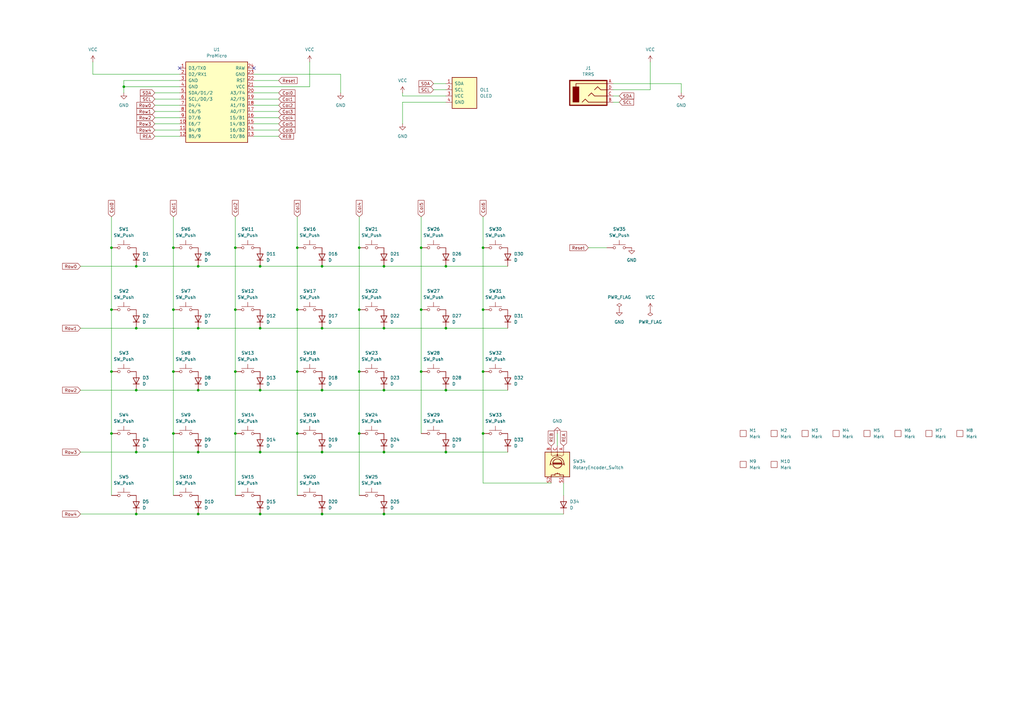
<source format=kicad_sch>
(kicad_sch (version 20231120) (generator "eeschema") (generator_version "8.0")
  (paper "A3")
  (lib_symbols
    (symbol "BrownSugar_KBD:Mark" (pin_numbers hide) (pin_names (offset 0) hide)
      (property "Reference" "M" (at 0 3.81 0))
      (property "Value" "Mark" (at 0 2.54 0))
      (symbol "Mark_0_1"
        (rectangle (start -1.27 1.27) (end 1.27 -1.27))
      )
    )
    (symbol "BrownSugar_KBD:OLED" (pin_names (offset 1.016))
      (property "Reference" "OL" (at 0 7.62 0))
      (property "Value" "OLED" (at 0 -7.62 0))
      (symbol "OLED_0_1"
        (rectangle (start -5.08 6.35) (end 5.08 -6.35) (stroke (width 0.254)) (fill (type background)))
      )
      (symbol "OLED_1_1"
        (pin bidirectional line (at -7.62 3.81 0) (length 2.54) (name "SDA") (number "1"))
        (pin bidirectional line (at -7.62 1.27 0) (length 2.54) (name "SCL") (number "2"))
        (pin power_in line (at -7.62 -1.27 0) (length 2.54) (name "VCC") (number "3"))
        (pin power_in line (at -7.62 -3.81 0) (length 2.54) (name "GND") (number "4"))
      )
    )
    (symbol "BrownSugar_KBD:ProMicro" (pin_names (offset 1.016))
      (property "Reference" "U" (at 0 17.78 0))
      (property "Value" "ProMicro" (at 0 -17.78 0))
      (symbol "ProMicro_0_1"
        (rectangle (start -12.7 16.51) (end 12.7 -16.51) (stroke (width 0.254)) (fill (type background)))
      )
      (symbol "ProMicro_1_1"
        (pin bidirectional line (at -15.24 13.97 0) (length 2.54) (name "D3/TX0") (number "1"))
        (pin bidirectional line (at -15.24 -8.89 0) (length 2.54) (name "E6/7") (number "10"))
        (pin bidirectional line (at -15.24 -11.43 0) (length 2.54) (name "B4/8") (number "11"))
        (pin bidirectional line (at -15.24 -13.97 0) (length 2.54) (name "B5/9") (number "12"))
        (pin bidirectional line (at 15.24 -13.97 180) (length 2.54) (name "10/B6") (number "13"))
        (pin bidirectional line (at 15.24 -11.43 180) (length 2.54) (name "16/B2") (number "14"))
        (pin bidirectional line (at 15.24 -8.89 180) (length 2.54) (name "14/B3") (number "15"))
        (pin bidirectional line (at 15.24 -6.35 180) (length 2.54) (name "15/B1") (number "16"))
        (pin bidirectional line (at 15.24 -3.81 180) (length 2.54) (name "A0/F7") (number "17"))
        (pin bidirectional line (at 15.24 -1.27 180) (length 2.54) (name "A1/F6") (number "18"))
        (pin bidirectional line (at 15.24 1.27 180) (length 2.54) (name "A2/F5") (number "19"))
        (pin bidirectional line (at -15.24 11.43 0) (length 2.54) (name "D2/RX1") (number "2"))
        (pin bidirectional line (at 15.24 3.81 180) (length 2.54) (name "A3/F4") (number "20"))
        (pin power_in line (at 15.24 6.35 180) (length 2.54) (name "VCC") (number "21"))
        (pin input line (at 15.24 8.89 180) (length 2.54) (name "RST") (number "22"))
        (pin power_in line (at 15.24 11.43 180) (length 2.54) (name "GND") (number "23"))
        (pin power_in line (at 15.24 13.97 180) (length 2.54) (name "RAW") (number "24"))
        (pin power_in line (at -15.24 8.89 0) (length 2.54) (name "GND") (number "3"))
        (pin power_in line (at -15.24 6.35 0) (length 2.54) (name "GND") (number "4"))
        (pin bidirectional line (at -15.24 3.81 0) (length 2.54) (name "SDA/D1/2") (number "5"))
        (pin bidirectional line (at -15.24 1.27 0) (length 2.54) (name "SCL/D0/3") (number "6"))
        (pin bidirectional line (at -15.24 -1.27 0) (length 2.54) (name "D4/4") (number "7"))
        (pin bidirectional line (at -15.24 -3.81 0) (length 2.54) (name "C6/5") (number "8"))
        (pin bidirectional line (at -15.24 -6.35 0) (length 2.54) (name "D7/6") (number "9"))
      )
    )
    (symbol "BrownSugar_KBD:TRRS" (pin_names (offset 1.016))
      (property "Reference" "J" (at 0 8.89 0))
      (property "Value" "TRRS" (at 0 6.35 0))
      (symbol "TRRS_0_1"
        (rectangle (start -7.62 5.08) (end 7.62 -5.08) (stroke (width 0.508)) (fill (type background)))
        (rectangle (start -6.35 2.54) (end -3.81 -3.81) (stroke (width 0.127)) (fill (type outline)))
        (polyline (pts (xy 7.62 3.81) (xy -5.08 3.81) (xy -5.08 2.54)) (stroke (width 0.254)))
        (polyline (pts (xy 7.62 -3.81) (xy 0 -3.81) (xy -1.27 -2.54) (xy -2.54 -3.81)) (stroke (width 0.254)))
        (polyline (pts (xy 7.62 -1.27) (xy 2.54 -1.27) (xy 1.27 0) (xy 0 -1.27)) (stroke (width 0.254)))
        (polyline (pts (xy 7.62 1.27) (xy 5.08 1.27) (xy 3.81 2.54) (xy 2.54 1.27)) (stroke (width 0.254)))
      )
      (symbol "TRRS_1_1"
        (pin bidirectional line (at 10.16 3.81 180) (length 2.54) (name "~") (number "A"))
        (pin bidirectional line (at 10.16 -3.81 180) (length 2.54) (name "~") (number "B"))
        (pin bidirectional line (at 10.16 -1.27 180) (length 2.54) (name "~") (number "C"))
        (pin bidirectional line (at 10.16 1.27 180) (length 2.54) (name "~") (number "D"))
      )
    )
    (symbol "Device:D" (pin_numbers hide) (pin_names (offset 1.016) hide)
      (property "Reference" "D" (at 0 2.54 0))
      (property "Value" "D" (at 0 -2.54 0))
      (symbol "D_0_1"
        (polyline (pts (xy -1.27 1.27) (xy -1.27 -1.27)) (stroke (width 0.254)))
        (polyline (pts (xy 1.27 0) (xy -1.27 0)))
        (polyline (pts (xy 1.27 1.27) (xy 1.27 -1.27) (xy -1.27 0) (xy 1.27 1.27)) (stroke (width 0.254)))
      )
      (symbol "D_1_1"
        (pin passive line (at -3.81 0 0) (length 2.54) (name "K") (number "1"))
        (pin passive line (at 3.81 0 180) (length 2.54) (name "A") (number "2"))
      )
    )
    (symbol "Device:RotaryEncoder_Switch" (pin_names (offset 0.254) hide)
      (property "Reference" "SW" (at 0 6.604 0))
      (property "Value" "RotaryEncoder_Switch" (at 0 -6.604 0))
      (symbol "RotaryEncoder_Switch_0_1"
        (rectangle (start -5.08 5.08) (end 5.08 -5.08) (stroke (width 0.254)) (fill (type background)))
        (circle (center -3.81 0) (radius 0.254) (fill (type outline)))
        (circle (center -0.381 0) (radius 1.905) (stroke (width 0.254)))
        (arc (start -0.381 2.667) (mid -3.0988 -0.0635) (end -0.381 -2.794) (stroke (width 0.254)))
        (polyline (pts (xy -0.635 -1.778) (xy -0.635 1.778)) (stroke (width 0.254)))
        (polyline (pts (xy -0.381 -1.778) (xy -0.381 1.778)) (stroke (width 0.254)))
        (polyline (pts (xy -0.127 1.778) (xy -0.127 -1.778)) (stroke (width 0.254)))
        (polyline (pts (xy 3.81 0) (xy 3.429 0)) (stroke (width 0.254)))
        (polyline (pts (xy 3.81 1.016) (xy 3.81 -1.016)) (stroke (width 0.254)))
        (polyline (pts (xy -5.08 -2.54) (xy -3.81 -2.54) (xy -3.81 -2.032)))
        (polyline (pts (xy -5.08 2.54) (xy -3.81 2.54) (xy -3.81 2.032)))
        (polyline (pts (xy 0.254 -3.048) (xy -0.508 -2.794) (xy 0.127 -2.413)) (stroke (width 0.254)))
        (polyline (pts (xy 0.254 2.921) (xy -0.508 2.667) (xy 0.127 2.286)) (stroke (width 0.254)))
        (polyline (pts (xy 5.08 -2.54) (xy 4.318 -2.54) (xy 4.318 -1.016)) (stroke (width 0.254)))
        (polyline (pts (xy 5.08 2.54) (xy 4.318 2.54) (xy 4.318 1.016)) (stroke (width 0.254)))
        (polyline (pts (xy -5.08 0) (xy -3.81 0) (xy -3.81 -1.016) (xy -3.302 -2.032)))
        (polyline (pts (xy -4.318 0) (xy -3.81 0) (xy -3.81 1.016) (xy -3.302 2.032)))
        (circle (center 4.318 -1.016) (radius 0.127) (stroke (width 0.254)))
        (circle (center 4.318 1.016) (radius 0.127) (stroke (width 0.254)))
      )
      (symbol "RotaryEncoder_Switch_1_1"
        (pin passive line (at -7.62 2.54 0) (length 2.54) (name "A") (number "A"))
        (pin passive line (at -7.62 -2.54 0) (length 2.54) (name "B") (number "B"))
        (pin passive line (at -7.62 0 0) (length 2.54) (name "C") (number "C"))
        (pin passive line (at 7.62 2.54 180) (length 2.54) (name "S1") (number "S1"))
        (pin passive line (at 7.62 -2.54 180) (length 2.54) (name "S2") (number "S2"))
      )
    )
    (symbol "Switch:SW_Push" (pin_numbers hide) (pin_names (offset 1.016) hide)
      (property "Reference" "SW" (at 1.27 2.54 0))
      (property "Value" "SW_Push" (at 0 -1.524 0))
      (symbol "SW_Push_0_1"
        (circle (center -2.032 0) (radius 0.508))
        (polyline (pts (xy 0 1.27) (xy 0 3.048)))
        (polyline (pts (xy 2.54 1.27) (xy -2.54 1.27)))
        (circle (center 2.032 0) (radius 0.508))
        (pin passive line (at -5.08 0 0) (length 2.54) (name "1") (number "1"))
        (pin passive line (at 5.08 0 180) (length 2.54) (name "2") (number "2"))
      )
    )
    (symbol "power:GND" (power) (pin_numbers hide) (pin_names (offset 0) hide)
      (property "Value" "GND" (at 0 -3.81 0))
      (symbol "GND_0_1"
        (polyline (pts (xy 0 0) (xy 0 -1.27) (xy 1.27 -1.27) (xy 0 -2.54) (xy -1.27 -1.27) (xy 0 -1.27)))
      )
      (symbol "GND_1_1"
        (pin power_in line (at 0 0 270) (length 0) (name "~") (number "1"))
      )
    )
    (symbol "power:PWR_FLAG" (power) (pin_numbers hide) (pin_names (offset 0) hide)
      (property "Value" "PWR_FLAG" (at 0 3.81 0))
      (symbol "PWR_FLAG_0_0"
        (pin power_out line (at 0 0 90) (length 0) (name "~") (number "1"))
      )
      (symbol "PWR_FLAG_0_1"
        (polyline (pts (xy 0 0) (xy 0 1.27) (xy -1.016 1.905) (xy 0 2.54) (xy 1.016 1.905) (xy 0 1.27)))
      )
    )
    (symbol "power:VCC" (power) (pin_numbers hide) (pin_names (offset 0) hide)
      (property "Value" "VCC" (at 0 3.556 0))
      (symbol "VCC_0_1"
        (polyline (pts (xy -0.762 1.27) (xy 0 2.54)))
        (polyline (pts (xy 0 0) (xy 0 2.54)))
        (polyline (pts (xy 0 2.54) (xy 0.762 1.27)))
      )
      (symbol "VCC_1_1"
        (pin power_in line (at 0 0 90) (length 0) (name "~") (number "1"))
      )
    )
  )
  (junction (at 198.12 177.8))
  (junction (at 147.32 152.4))
  (junction (at 71.12 127))
  (junction (at 132.08 134.62))
  (junction (at 147.32 127))
  (junction (at 157.48 109.22))
  (junction (at 132.08 185.42))
  (junction (at 55.88 160.02))
  (junction (at 182.88 134.62))
  (junction (at 132.08 160.02))
  (junction (at 106.68 160.02))
  (junction (at 81.28 109.22))
  (junction (at 147.32 177.8))
  (junction (at 182.88 160.02))
  (junction (at 157.48 160.02))
  (junction (at 172.72 127))
  (junction (at 81.28 134.62))
  (junction (at 106.68 109.22))
  (junction (at 132.08 109.22))
  (junction (at 172.72 152.4))
  (junction (at 50.8 35.56))
  (junction (at 198.12 101.6))
  (junction (at 198.12 152.4))
  (junction (at 121.92 101.6))
  (junction (at 96.52 127))
  (junction (at 121.92 152.4))
  (junction (at 45.72 152.4))
  (junction (at 96.52 177.8))
  (junction (at 81.28 160.02))
  (junction (at 96.52 101.6))
  (junction (at 96.52 152.4))
  (junction (at 45.72 177.8))
  (junction (at 45.72 127))
  (junction (at 157.48 185.42))
  (junction (at 121.92 127))
  (junction (at 81.28 210.82))
  (junction (at 172.72 101.6))
  (junction (at 55.88 210.82))
  (junction (at 71.12 177.8))
  (junction (at 55.88 134.62))
  (junction (at 157.48 134.62))
  (junction (at 132.08 210.82))
  (junction (at 55.88 109.22))
  (junction (at 71.12 101.6))
  (junction (at 182.88 185.42))
  (junction (at 106.68 185.42))
  (junction (at 147.32 101.6))
  (junction (at 121.92 177.8))
  (junction (at 198.12 127))
  (junction (at 81.28 185.42))
  (junction (at 106.68 134.62))
  (junction (at 55.88 185.42))
  (junction (at 71.12 152.4))
  (junction (at 106.68 210.82))
  (junction (at 182.88 109.22))
  (junction (at 45.72 101.6))
  (junction (at 157.48 210.82))
  (no_connect (at 73.66 27.94))
  (no_connect (at 104.14 27.94))
  (wire (pts (xy 172.72 152.4) (xy 172.72 177.8)))
  (wire (pts (xy 104.14 35.56) (xy 127 35.56)))
  (wire (pts (xy 106.68 109.22) (xy 132.08 109.22)))
  (wire (pts (xy 63.5 45.72) (xy 73.66 45.72)))
  (wire (pts (xy 104.14 43.18) (xy 114.3 43.18)))
  (wire (pts (xy 139.7 30.48) (xy 139.7 38.1)))
  (wire (pts (xy 96.52 177.8) (xy 96.52 203.2)))
  (wire (pts (xy 147.32 88.9) (xy 147.32 101.6)))
  (wire (pts (xy 228.6 177.8) (xy 228.6 182.88)))
  (wire (pts (xy 104.14 55.88) (xy 114.3 55.88)))
  (wire (pts (xy 266.7 36.83) (xy 266.7 25.4)))
  (wire (pts (xy 132.08 185.42) (xy 157.48 185.42)))
  (wire (pts (xy 165.1 50.8) (xy 165.1 41.91)))
  (wire (pts (xy 96.52 127) (xy 96.52 152.4)))
  (wire (pts (xy 121.92 152.4) (xy 121.92 177.8)))
  (wire (pts (xy 182.88 39.37) (xy 165.1 39.37)))
  (wire (pts (xy 104.14 53.34) (xy 114.3 53.34)))
  (wire (pts (xy 104.14 45.72) (xy 114.3 45.72)))
  (wire (pts (xy 132.08 109.22) (xy 157.48 109.22)))
  (wire (pts (xy 147.32 177.8) (xy 147.32 203.2)))
  (wire (pts (xy 182.88 134.62) (xy 208.28 134.62)))
  (wire (pts (xy 132.08 134.62) (xy 157.48 134.62)))
  (wire (pts (xy 96.52 152.4) (xy 96.52 177.8)))
  (wire (pts (xy 81.28 210.82) (xy 106.68 210.82)))
  (wire (pts (xy 45.72 177.8) (xy 45.72 203.2)))
  (wire (pts (xy 251.46 41.91) (xy 254 41.91)))
  (wire (pts (xy 182.88 185.42) (xy 208.28 185.42)))
  (wire (pts (xy 198.12 101.6) (xy 198.12 127)))
  (wire (pts (xy 121.92 101.6) (xy 121.92 127)))
  (wire (pts (xy 157.48 210.82) (xy 231.14 210.82)))
  (wire (pts (xy 33.02 109.22) (xy 55.88 109.22)))
  (wire (pts (xy 182.88 160.02) (xy 208.28 160.02)))
  (wire (pts (xy 241.3 101.6) (xy 248.92 101.6)))
  (wire (pts (xy 157.48 185.42) (xy 182.88 185.42)))
  (wire (pts (xy 104.14 40.64) (xy 114.3 40.64)))
  (wire (pts (xy 147.32 152.4) (xy 147.32 177.8)))
  (wire (pts (xy 45.72 127) (xy 45.72 152.4)))
  (wire (pts (xy 63.5 43.18) (xy 73.66 43.18)))
  (wire (pts (xy 226.06 198.12) (xy 198.12 198.12)))
  (wire (pts (xy 96.52 101.6) (xy 96.52 127)))
  (wire (pts (xy 96.52 88.9) (xy 96.52 101.6)))
  (wire (pts (xy 71.12 152.4) (xy 71.12 177.8)))
  (wire (pts (xy 182.88 109.22) (xy 208.28 109.22)))
  (wire (pts (xy 33.02 185.42) (xy 55.88 185.42)))
  (wire (pts (xy 104.14 38.1) (xy 114.3 38.1)))
  (wire (pts (xy 198.12 198.12) (xy 198.12 177.8)))
  (wire (pts (xy 104.14 30.48) (xy 139.7 30.48)))
  (wire (pts (xy 33.02 134.62) (xy 55.88 134.62)))
  (wire (pts (xy 33.02 210.82) (xy 55.88 210.82)))
  (wire (pts (xy 132.08 210.82) (xy 157.48 210.82)))
  (wire (pts (xy 73.66 33.02) (xy 50.8 33.02)))
  (wire (pts (xy 81.28 109.22) (xy 106.68 109.22)))
  (wire (pts (xy 121.92 88.9) (xy 121.92 101.6)))
  (wire (pts (xy 38.1 30.48) (xy 38.1 25.4)))
  (wire (pts (xy 106.68 160.02) (xy 132.08 160.02)))
  (wire (pts (xy 55.88 160.02) (xy 81.28 160.02)))
  (wire (pts (xy 63.5 40.64) (xy 73.66 40.64)))
  (wire (pts (xy 121.92 127) (xy 121.92 152.4)))
  (wire (pts (xy 63.5 50.8) (xy 73.66 50.8)))
  (wire (pts (xy 71.12 177.8) (xy 71.12 203.2)))
  (wire (pts (xy 279.4 34.29) (xy 279.4 38.1)))
  (wire (pts (xy 55.88 185.42) (xy 81.28 185.42)))
  (wire (pts (xy 172.72 88.9) (xy 172.72 101.6)))
  (wire (pts (xy 55.88 134.62) (xy 81.28 134.62)))
  (wire (pts (xy 106.68 210.82) (xy 132.08 210.82)))
  (wire (pts (xy 121.92 177.8) (xy 121.92 203.2)))
  (wire (pts (xy 55.88 210.82) (xy 81.28 210.82)))
  (wire (pts (xy 81.28 160.02) (xy 106.68 160.02)))
  (wire (pts (xy 63.5 38.1) (xy 73.66 38.1)))
  (wire (pts (xy 165.1 41.91) (xy 182.88 41.91)))
  (wire (pts (xy 55.88 109.22) (xy 81.28 109.22)))
  (wire (pts (xy 63.5 48.26) (xy 73.66 48.26)))
  (wire (pts (xy 198.12 152.4) (xy 198.12 177.8)))
  (wire (pts (xy 251.46 36.83) (xy 266.7 36.83)))
  (wire (pts (xy 106.68 185.42) (xy 132.08 185.42)))
  (wire (pts (xy 198.12 88.9) (xy 198.12 101.6)))
  (wire (pts (xy 177.8 34.29) (xy 182.88 34.29)))
  (wire (pts (xy 177.8 36.83) (xy 182.88 36.83)))
  (wire (pts (xy 147.32 127) (xy 147.32 152.4)))
  (wire (pts (xy 132.08 160.02) (xy 157.48 160.02)))
  (wire (pts (xy 251.46 39.37) (xy 254 39.37)))
  (wire (pts (xy 157.48 160.02) (xy 182.88 160.02)))
  (wire (pts (xy 198.12 127) (xy 198.12 152.4)))
  (wire (pts (xy 63.5 55.88) (xy 73.66 55.88)))
  (wire (pts (xy 73.66 30.48) (xy 38.1 30.48)))
  (wire (pts (xy 71.12 88.9) (xy 71.12 101.6)))
  (wire (pts (xy 172.72 101.6) (xy 172.72 127)))
  (wire (pts (xy 104.14 33.02) (xy 114.3 33.02)))
  (wire (pts (xy 104.14 50.8) (xy 114.3 50.8)))
  (wire (pts (xy 63.5 53.34) (xy 73.66 53.34)))
  (wire (pts (xy 33.02 160.02) (xy 55.88 160.02)))
  (wire (pts (xy 165.1 39.37) (xy 165.1 38.1)))
  (wire (pts (xy 71.12 127) (xy 71.12 152.4)))
  (wire (pts (xy 104.14 48.26) (xy 114.3 48.26)))
  (wire (pts (xy 50.8 35.56) (xy 73.66 35.56)))
  (wire (pts (xy 157.48 134.62) (xy 182.88 134.62)))
  (wire (pts (xy 231.14 203.2) (xy 231.14 198.12)))
  (wire (pts (xy 50.8 33.02) (xy 50.8 35.56)))
  (wire (pts (xy 81.28 185.42) (xy 106.68 185.42)))
  (wire (pts (xy 172.72 127) (xy 172.72 152.4)))
  (wire (pts (xy 157.48 109.22) (xy 182.88 109.22)))
  (wire (pts (xy 127 25.4) (xy 127 35.56)))
  (wire (pts (xy 81.28 134.62) (xy 106.68 134.62)))
  (wire (pts (xy 45.72 101.6) (xy 45.72 127)))
  (wire (pts (xy 50.8 35.56) (xy 50.8 38.1)))
  (wire (pts (xy 45.72 152.4) (xy 45.72 177.8)))
  (wire (pts (xy 106.68 134.62) (xy 132.08 134.62)))
  (wire (pts (xy 45.72 88.9) (xy 45.72 101.6)))
  (wire (pts (xy 71.12 101.6) (xy 71.12 127)))
  (wire (pts (xy 147.32 101.6) (xy 147.32 127)))
  (wire (pts (xy 251.46 34.29) (xy 279.4 34.29)))
  (global_label "Row2" (shape input) (at 33.02 160.02 180) (property "Intersheetrefs" "${INTERSHEET_REFS}" (effects (hide yes))))
  (global_label "SDA" (shape input) (at 254 39.37 0) (property "Intersheetrefs" "${INTERSHEET_REFS}" (effects (hide yes))))
  (global_label "REA" (shape input) (at 63.5 55.88 180) (property "Intersheetrefs" "${INTERSHEET_REFS}" (effects (hide yes))))
  (global_label "Row4" (shape input) (at 63.5 53.34 180) (property "Intersheetrefs" "${INTERSHEET_REFS}" (effects (hide yes))))
  (global_label "REB" (shape input) (at 114.3 55.88 0) (property "Intersheetrefs" "${INTERSHEET_REFS}" (effects (hide yes))))
  (global_label "Row1" (shape input) (at 33.02 134.62 180) (property "Intersheetrefs" "${INTERSHEET_REFS}" (effects (hide yes))))
  (global_label "Row4" (shape input) (at 33.02 210.82 180) (property "Intersheetrefs" "${INTERSHEET_REFS}" (effects (hide yes))))
  (global_label "Col4" (shape input) (at 147.32 88.9 90) (property "Intersheetrefs" "${INTERSHEET_REFS}" (effects (hide yes))))
  (global_label "SCL" (shape input) (at 177.8 36.83 180) (property "Intersheetrefs" "${INTERSHEET_REFS}" (effects (hide yes))))
  (global_label "Col2" (shape input) (at 96.52 88.9 90) (property "Intersheetrefs" "${INTERSHEET_REFS}" (effects (hide yes))))
  (global_label "SDA" (shape input) (at 63.5 38.1 180) (property "Intersheetrefs" "${INTERSHEET_REFS}" (effects (hide yes))))
  (global_label "REA" (shape input) (at 231.14 182.88 90) (property "Intersheetrefs" "${INTERSHEET_REFS}" (effects (hide yes))))
  (global_label "Col1" (shape input) (at 114.3 40.64 0) (property "Intersheetrefs" "${INTERSHEET_REFS}" (effects (hide yes))))
  (global_label "Col0" (shape input) (at 114.3 38.1 0) (property "Intersheetrefs" "${INTERSHEET_REFS}" (effects (hide yes))))
  (global_label "Row0" (shape input) (at 33.02 109.22 180) (property "Intersheetrefs" "${INTERSHEET_REFS}" (effects (hide yes))))
  (global_label "Col4" (shape input) (at 114.3 48.26 0) (property "Intersheetrefs" "${INTERSHEET_REFS}" (effects (hide yes))))
  (global_label "Row3" (shape input) (at 33.02 185.42 180) (property "Intersheetrefs" "${INTERSHEET_REFS}" (effects (hide yes))))
  (global_label "SDA" (shape input) (at 177.8 34.29 180) (property "Intersheetrefs" "${INTERSHEET_REFS}" (effects (hide yes))))
  (global_label "Col5" (shape input) (at 172.72 88.9 90) (property "Intersheetrefs" "${INTERSHEET_REFS}" (effects (hide yes))))
  (global_label "Row0" (shape input) (at 63.5 43.18 180) (property "Intersheetrefs" "${INTERSHEET_REFS}" (effects (hide yes))))
  (global_label "Col5" (shape input) (at 114.3 50.8 0) (property "Intersheetrefs" "${INTERSHEET_REFS}" (effects (hide yes))))
  (global_label "Row1" (shape input) (at 63.5 45.72 180) (property "Intersheetrefs" "${INTERSHEET_REFS}" (effects (hide yes))))
  (global_label "REB" (shape input) (at 226.06 182.88 90) (property "Intersheetrefs" "${INTERSHEET_REFS}" (effects (hide yes))))
  (global_label "Col6" (shape input) (at 114.3 53.34 0) (property "Intersheetrefs" "${INTERSHEET_REFS}" (effects (hide yes))))
  (global_label "Col6" (shape input) (at 198.12 88.9 90) (property "Intersheetrefs" "${INTERSHEET_REFS}" (effects (hide yes))))
  (global_label "Col3" (shape input) (at 121.92 88.9 90) (property "Intersheetrefs" "${INTERSHEET_REFS}" (effects (hide yes))))
  (global_label "Row2" (shape input) (at 63.5 48.26 180) (property "Intersheetrefs" "${INTERSHEET_REFS}" (effects (hide yes))))
  (global_label "Row3" (shape input) (at 63.5 50.8 180) (property "Intersheetrefs" "${INTERSHEET_REFS}" (effects (hide yes))))
  (global_label "SCL" (shape input) (at 254 41.91 0) (property "Intersheetrefs" "${INTERSHEET_REFS}" (effects (hide yes))))
  (global_label "Col3" (shape input) (at 114.3 45.72 0) (property "Intersheetrefs" "${INTERSHEET_REFS}" (effects (hide yes))))
  (global_label "Reset" (shape input) (at 241.3 101.6 180) (property "Intersheetrefs" "${INTERSHEET_REFS}" (effects (hide yes))))
  (global_label "SCL" (shape input) (at 63.5 40.64 180) (property "Intersheetrefs" "${INTERSHEET_REFS}" (effects (hide yes))))
  (global_label "Col2" (shape input) (at 114.3 43.18 0) (property "Intersheetrefs" "${INTERSHEET_REFS}" (effects (hide yes))))
  (global_label "Reset" (shape input) (at 114.3 33.02 0) (property "Intersheetrefs" "${INTERSHEET_REFS}" (effects (hide yes))))
  (global_label "Col0" (shape input) (at 45.72 88.9 90) (property "Intersheetrefs" "${INTERSHEET_REFS}" (effects (hide yes))))
  (global_label "Col1" (shape input) (at 71.12 88.9 90) (property "Intersheetrefs" "${INTERSHEET_REFS}" (effects (hide yes))))
  (symbol (lib_id "BrownSugar_KBD:ProMicro") (at 88.9 41.91 0) (unit 1)
    (property "Reference" "U1" (at 88.9 20.32 0))
    (property "Value" "ProMicro" (at 88.9 22.86 0))
    (property "Footprint" "BrownSugar_KBD:ProMicro_r" (effects (hide yes)))
  )
  (symbol (lib_id "BrownSugar_KBD:Mark") (at 342.9 177.8 0) (unit 1)
    (property "Reference" "M4" (at 345.44 176.5299 0) (effects (justify left)))
    (property "Value" "Mark" (at 345.44 179.0699 0) (effects (justify left)))
    (property "Footprint" "kbd_Hole:m2_Spacer_Hole_hex" (effects (hide yes)))
  )
  (symbol (lib_id "BrownSugar_KBD:Mark") (at 368.3 177.8 0) (unit 1)
    (property "Reference" "M6" (at 370.84 176.5299 0) (effects (justify left)))
    (property "Value" "Mark" (at 370.84 179.0699 0) (effects (justify left)))
    (property "Footprint" "kbd_Hole:m2_Spacer_Hole_hex" (effects (hide yes)))
  )
  (symbol (lib_id "Device:D") (at 208.28 105.41 90) (unit 1)
    (property "Reference" "D30" (at 210.82 104.1399 90) (effects (justify right)))
    (property "Value" "D" (at 210.82 106.6799 90) (effects (justify right)))
    (property "Footprint" "kbd_Parts:Diode_TH_SMD" (effects (hide yes)))
    (property "Description" "Diode" (effects (hide yes)))
    (property "Sim.Device" "D" (effects (hide yes)))
    (property "Sim.Pins" "1=K 2=A" (effects (hide yes)))
  )
  (symbol (lib_id "power:GND") (at 254 127 0) (unit 1)
    (property "Reference" "#PWR01" (effects (hide yes)))
    (property "Value" "GND" (at 254 132.08 0))
    (property "Description" "Power symbol creates a global label with name \"GND\" , ground" (effects (hide yes)))
  )
  (symbol (lib_id "Switch:SW_Push") (at 50.8 152.4 0) (mirror y) (unit 1)
    (property "Reference" "SW3" (at 50.8 144.78 0))
    (property "Value" "SW_Push" (at 50.8 147.32 0))
    (property "Footprint" "kbd_SW:Choc_Hotswap_1u" (effects (hide yes)))
    (property "Description" "Push button switch, generic, two pins" (effects (hide yes)))
  )
  (symbol (lib_id "power:VCC") (at 38.1 25.4 0) (unit 1)
    (property "Reference" "#PWR09" (effects (hide yes)))
    (property "Value" "VCC" (at 38.1 20.32 0))
    (property "Description" "Power symbol creates a global label with name \"VCC\"" (effects (hide yes)))
  )
  (symbol (lib_id "Device:D") (at 208.28 181.61 90) (unit 1)
    (property "Reference" "D33" (at 210.82 180.3399 90) (effects (justify right)))
    (property "Value" "D" (at 210.82 182.8799 90) (effects (justify right)))
    (property "Footprint" "kbd_Parts:Diode_TH_SMD" (effects (hide yes)))
    (property "Description" "Diode" (effects (hide yes)))
    (property "Sim.Device" "D" (effects (hide yes)))
    (property "Sim.Pins" "1=K 2=A" (effects (hide yes)))
  )
  (symbol (lib_id "power:PWR_FLAG") (at 254 127 0) (unit 1)
    (property "Reference" "#FLG01" (effects (hide yes)))
    (property "Value" "PWR_FLAG" (at 254 121.92 0))
    (property "Description" "Special symbol for telling ERC where power comes from" (effects (hide yes)))
  )
  (symbol (lib_id "power:GND") (at 279.4 38.1 0) (unit 1)
    (property "Reference" "#PWR07" (effects (hide yes)))
    (property "Value" "GND" (at 279.4 43.18 0))
    (property "Description" "Power symbol creates a global label with name \"GND\" , ground" (effects (hide yes)))
  )
  (symbol (lib_id "Device:D") (at 81.28 207.01 90) (unit 1)
    (property "Reference" "D10" (at 83.82 205.7399 90) (effects (justify right)))
    (property "Value" "D" (at 83.82 208.2799 90) (effects (justify right)))
    (property "Footprint" "kbd_Parts:Diode_TH_SMD" (effects (hide yes)))
    (property "Description" "Diode" (effects (hide yes)))
    (property "Sim.Device" "D" (effects (hide yes)))
    (property "Sim.Pins" "1=K 2=A" (effects (hide yes)))
  )
  (symbol (lib_id "power:PWR_FLAG") (at 266.7 127 180) (unit 1)
    (property "Reference" "#FLG02" (effects (hide yes)))
    (property "Value" "PWR_FLAG" (at 266.7 132.08 0))
    (property "Description" "Special symbol for telling ERC where power comes from" (effects (hide yes)))
  )
  (symbol (lib_id "Switch:SW_Push") (at 152.4 203.2 0) (mirror y) (unit 1)
    (property "Reference" "SW25" (at 152.4 195.58 0))
    (property "Value" "SW_Push" (at 152.4 198.12 0))
    (property "Footprint" "kbd_SW:Choc_Hotswap_2u_Stab" (effects (hide yes)))
    (property "Description" "Push button switch, generic, two pins" (effects (hide yes)))
  )
  (symbol (lib_id "Switch:SW_Push") (at 177.8 152.4 0) (mirror y) (unit 1)
    (property "Reference" "SW28" (at 177.8 144.78 0))
    (property "Value" "SW_Push" (at 177.8 147.32 0))
    (property "Footprint" "kbd_SW:Choc_Hotswap_1u" (effects (hide yes)))
    (property "Description" "Push button switch, generic, two pins" (effects (hide yes)))
  )
  (symbol (lib_id "Switch:SW_Push") (at 50.8 203.2 0) (mirror y) (unit 1)
    (property "Reference" "SW5" (at 50.8 195.58 0))
    (property "Value" "SW_Push" (at 50.8 198.12 0))
    (property "Footprint" "kbd_SW:Choc_Hotswap_1u" (effects (hide yes)))
    (property "Description" "Push button switch, generic, two pins" (effects (hide yes)))
  )
  (symbol (lib_id "Switch:SW_Push") (at 203.2 127 0) (mirror y) (unit 1)
    (property "Reference" "SW31" (at 203.2 119.38 0))
    (property "Value" "SW_Push" (at 203.2 121.92 0))
    (property "Footprint" "kbd_SW:Choc_Hotswap_1u" (effects (hide yes)))
    (property "Description" "Push button switch, generic, two pins" (effects (hide yes)))
  )
  (symbol (lib_id "Switch:SW_Push") (at 76.2 177.8 0) (mirror y) (unit 1)
    (property "Reference" "SW9" (at 76.2 170.18 0))
    (property "Value" "SW_Push" (at 76.2 172.72 0))
    (property "Footprint" "kbd_SW:Choc_Hotswap_1u" (effects (hide yes)))
    (property "Description" "Push button switch, generic, two pins" (effects (hide yes)))
  )
  (symbol (lib_id "Device:D") (at 55.88 156.21 90) (unit 1)
    (property "Reference" "D3" (at 58.42 154.9399 90) (effects (justify right)))
    (property "Value" "D" (at 58.42 157.4799 90) (effects (justify right)))
    (property "Footprint" "kbd_Parts:Diode_TH_SMD" (effects (hide yes)))
    (property "Description" "Diode" (effects (hide yes)))
    (property "Sim.Device" "D" (effects (hide yes)))
    (property "Sim.Pins" "1=K 2=A" (effects (hide yes)))
  )
  (symbol (lib_id "Device:D") (at 106.68 207.01 90) (unit 1)
    (property "Reference" "D15" (at 109.22 205.7399 90) (effects (justify right)))
    (property "Value" "D" (at 109.22 208.2799 90) (effects (justify right)))
    (property "Footprint" "kbd_Parts:Diode_TH_SMD" (effects (hide yes)))
    (property "Description" "Diode" (effects (hide yes)))
    (property "Sim.Device" "D" (effects (hide yes)))
    (property "Sim.Pins" "1=K 2=A" (effects (hide yes)))
  )
  (symbol (lib_id "Switch:SW_Push") (at 177.8 101.6 0) (mirror y) (unit 1)
    (property "Reference" "SW26" (at 177.8 93.98 0))
    (property "Value" "SW_Push" (at 177.8 96.52 0))
    (property "Footprint" "kbd_SW:Choc_Hotswap_1u" (effects (hide yes)))
    (property "Description" "Push button switch, generic, two pins" (effects (hide yes)))
  )
  (symbol (lib_id "power:GND") (at 259.08 101.6 0) (unit 1)
    (property "Reference" "#PWR08" (effects (hide yes)))
    (property "Value" "GND" (at 259.08 106.68 0))
    (property "Description" "Power symbol creates a global label with name \"GND\" , ground" (effects (hide yes)))
  )
  (symbol (lib_id "BrownSugar_KBD:Mark") (at 355.6 177.8 0) (unit 1)
    (property "Reference" "M5" (at 358.14 176.5299 0) (effects (justify left)))
    (property "Value" "Mark" (at 358.14 179.0699 0) (effects (justify left)))
    (property "Footprint" "kbd_Hole:m2_Spacer_Hole_hex" (effects (hide yes)))
  )
  (symbol (lib_id "Device:D") (at 81.28 156.21 90) (unit 1)
    (property "Reference" "D8" (at 83.82 154.9399 90) (effects (justify right)))
    (property "Value" "D" (at 83.82 157.4799 90) (effects (justify right)))
    (property "Footprint" "kbd_Parts:Diode_TH_SMD" (effects (hide yes)))
    (property "Description" "Diode" (effects (hide yes)))
    (property "Sim.Device" "D" (effects (hide yes)))
    (property "Sim.Pins" "1=K 2=A" (effects (hide yes)))
  )
  (symbol (lib_id "Switch:SW_Push") (at 50.8 101.6 0) (mirror y) (unit 1)
    (property "Reference" "SW1" (at 50.8 93.98 0))
    (property "Value" "SW_Push" (at 50.8 96.52 0))
    (property "Footprint" "kbd_SW:Choc_Hotswap_1u" (effects (hide yes)))
    (property "Description" "Push button switch, generic, two pins" (effects (hide yes)))
  )
  (symbol (lib_id "Switch:SW_Push") (at 203.2 101.6 0) (mirror y) (unit 1)
    (property "Reference" "SW30" (at 203.2 93.98 0))
    (property "Value" "SW_Push" (at 203.2 96.52 0))
    (property "Footprint" "kbd_SW:Choc_Hotswap_1u" (effects (hide yes)))
    (property "Description" "Push button switch, generic, two pins" (effects (hide yes)))
  )
  (symbol (lib_id "BrownSugar_KBD:Mark") (at 330.2 177.8 0) (unit 1)
    (property "Reference" "M3" (at 332.74 176.5299 0) (effects (justify left)))
    (property "Value" "Mark" (at 332.74 179.0699 0) (effects (justify left)))
    (property "Footprint" "kbd_Hole:m2_Spacer_Hole_hex" (effects (hide yes)))
  )
  (symbol (lib_id "power:VCC") (at 266.7 127 0) (unit 1)
    (property "Reference" "#PWR02" (effects (hide yes)))
    (property "Value" "VCC" (at 266.7 121.92 0))
    (property "Description" "Power symbol creates a global label with name \"VCC\"" (effects (hide yes)))
  )
  (symbol (lib_id "Device:D") (at 81.28 105.41 90) (unit 1)
    (property "Reference" "D6" (at 83.82 104.1399 90) (effects (justify right)))
    (property "Value" "D" (at 83.82 106.6799 90) (effects (justify right)))
    (property "Footprint" "kbd_Parts:Diode_TH_SMD" (effects (hide yes)))
    (property "Description" "Diode" (effects (hide yes)))
    (property "Sim.Device" "D" (effects (hide yes)))
    (property "Sim.Pins" "1=K 2=A" (effects (hide yes)))
  )
  (symbol (lib_id "Switch:SW_Push") (at 101.6 127 0) (mirror y) (unit 1)
    (property "Reference" "SW12" (at 101.6 119.38 0))
    (property "Value" "SW_Push" (at 101.6 121.92 0))
    (property "Footprint" "kbd_SW:Choc_Hotswap_1u" (effects (hide yes)))
    (property "Description" "Push button switch, generic, two pins" (effects (hide yes)))
  )
  (symbol (lib_id "Switch:SW_Push") (at 76.2 203.2 0) (mirror y) (unit 1)
    (property "Reference" "SW10" (at 76.2 195.58 0))
    (property "Value" "SW_Push" (at 76.2 198.12 0))
    (property "Footprint" "kbd_SW:Choc_Hotswap_1u" (effects (hide yes)))
    (property "Description" "Push button switch, generic, two pins" (effects (hide yes)))
  )
  (symbol (lib_id "power:VCC") (at 127 25.4 0) (unit 1)
    (property "Reference" "#PWR04" (effects (hide yes)))
    (property "Value" "VCC" (at 127 20.32 0))
    (property "Description" "Power symbol creates a global label with name \"VCC\"" (effects (hide yes)))
  )
  (symbol (lib_id "BrownSugar_KBD:OLED") (at 190.5 38.1 0) (unit 1)
    (property "Reference" "OL1" (at 196.85 36.8299 0) (effects (justify left)))
    (property "Value" "OLED" (at 196.85 39.3699 0) (effects (justify left)))
    (property "Footprint" "BrownSugar_KBD:OLED_center_module" (effects (hide yes)))
  )
  (symbol (lib_id "Switch:SW_Push") (at 101.6 177.8 0) (mirror y) (unit 1)
    (property "Reference" "SW14" (at 101.6 170.18 0))
    (property "Value" "SW_Push" (at 101.6 172.72 0))
    (property "Footprint" "kbd_SW:Choc_Hotswap_1u" (effects (hide yes)))
    (property "Description" "Push button switch, generic, two pins" (effects (hide yes)))
  )
  (symbol (lib_id "Device:D") (at 106.68 105.41 90) (unit 1)
    (property "Reference" "D11" (at 109.22 104.1399 90) (effects (justify right)))
    (property "Value" "D" (at 109.22 106.6799 90) (effects (justify right)))
    (property "Footprint" "kbd_Parts:Diode_TH_SMD" (effects (hide yes)))
    (property "Description" "Diode" (effects (hide yes)))
    (property "Sim.Device" "D" (effects (hide yes)))
    (property "Sim.Pins" "1=K 2=A" (effects (hide yes)))
  )
  (symbol (lib_id "Switch:SW_Push") (at 50.8 127 0) (mirror y) (unit 1)
    (property "Reference" "SW2" (at 50.8 119.38 0))
    (property "Value" "SW_Push" (at 50.8 121.92 0))
    (property "Footprint" "kbd_SW:Choc_Hotswap_1u" (effects (hide yes)))
    (property "Description" "Push button switch, generic, two pins" (effects (hide yes)))
  )
  (symbol (lib_id "BrownSugar_KBD:Mark") (at 317.5 177.8 0) (unit 1)
    (property "Reference" "M2" (at 320.04 176.5299 0) (effects (justify left)))
    (property "Value" "Mark" (at 320.04 179.0699 0) (effects (justify left)))
    (property "Footprint" "kbd_Hole:m2_Spacer_Hole_hex" (effects (hide yes)))
  )
  (symbol (lib_id "Device:D") (at 132.08 130.81 90) (unit 1)
    (property "Reference" "D17" (at 134.62 129.5399 90) (effects (justify right)))
    (property "Value" "D" (at 134.62 132.0799 90) (effects (justify right)))
    (property "Footprint" "kbd_Parts:Diode_TH_SMD" (effects (hide yes)))
    (property "Description" "Diode" (effects (hide yes)))
    (property "Sim.Device" "D" (effects (hide yes)))
    (property "Sim.Pins" "1=K 2=A" (effects (hide yes)))
  )
  (symbol (lib_id "BrownSugar_KBD:Mark") (at 304.8 177.8 0) (unit 1)
    (property "Reference" "M1" (at 307.34 176.5299 0) (effects (justify left)))
    (property "Value" "Mark" (at 307.34 179.0699 0) (effects (justify left)))
    (property "Footprint" "kbd_Hole:m2_Spacer_Hole_hex" (effects (hide yes)))
  )
  (symbol (lib_id "BrownSugar_KBD:Mark") (at 304.8 190.5 0) (unit 1)
    (property "Reference" "M9" (at 307.34 189.2299 0) (effects (justify left)))
    (property "Value" "Mark" (at 307.34 191.7699 0) (effects (justify left)))
    (property "Footprint" "kbd_Hole:m2_Screw_Hole" (effects (hide yes)))
  )
  (symbol (lib_id "Switch:SW_Push") (at 127 177.8 0) (mirror y) (unit 1)
    (property "Reference" "SW19" (at 127 170.18 0))
    (property "Value" "SW_Push" (at 127 172.72 0))
    (property "Footprint" "kbd_SW:Choc_Hotswap_1u" (effects (hide yes)))
    (property "Description" "Push button switch, generic, two pins" (effects (hide yes)))
  )
  (symbol (lib_id "Device:D") (at 157.48 207.01 90) (unit 1)
    (property "Reference" "D25" (at 160.02 205.7399 90) (effects (justify right)))
    (property "Value" "D" (at 160.02 208.2799 90) (effects (justify right)))
    (property "Footprint" "kbd_Parts:Diode_TH_SMD" (effects (hide yes)))
    (property "Description" "Diode" (effects (hide yes)))
    (property "Sim.Device" "D" (effects (hide yes)))
    (property "Sim.Pins" "1=K 2=A" (effects (hide yes)))
  )
  (symbol (lib_id "power:GND") (at 228.6 177.8 180) (unit 1)
    (property "Reference" "#PWR010" (effects (hide yes)))
    (property "Value" "GND" (at 228.6 172.72 0))
    (property "Description" "Power symbol creates a global label with name \"GND\" , ground" (effects (hide yes)))
  )
  (symbol (lib_id "Device:D") (at 55.88 181.61 90) (unit 1)
    (property "Reference" "D4" (at 58.42 180.3399 90) (effects (justify right)))
    (property "Value" "D" (at 58.42 182.8799 90) (effects (justify right)))
    (property "Footprint" "kbd_Parts:Diode_TH_SMD" (effects (hide yes)))
    (property "Description" "Diode" (effects (hide yes)))
    (property "Sim.Device" "D" (effects (hide yes)))
    (property "Sim.Pins" "1=K 2=A" (effects (hide yes)))
  )
  (symbol (lib_id "Device:D") (at 81.28 181.61 90) (unit 1)
    (property "Reference" "D9" (at 83.82 180.3399 90) (effects (justify right)))
    (property "Value" "D" (at 83.82 182.8799 90) (effects (justify right)))
    (property "Footprint" "kbd_Parts:Diode_TH_SMD" (effects (hide yes)))
    (property "Description" "Diode" (effects (hide yes)))
    (property "Sim.Device" "D" (effects (hide yes)))
    (property "Sim.Pins" "1=K 2=A" (effects (hide yes)))
  )
  (symbol (lib_id "Switch:SW_Push") (at 152.4 127 0) (mirror y) (unit 1)
    (property "Reference" "SW22" (at 152.4 119.38 0))
    (property "Value" "SW_Push" (at 152.4 121.92 0))
    (property "Footprint" "kbd_SW:Choc_Hotswap_1u" (effects (hide yes)))
    (property "Description" "Push button switch, generic, two pins" (effects (hide yes)))
  )
  (symbol (lib_id "Device:D") (at 132.08 207.01 90) (unit 1)
    (property "Reference" "D20" (at 134.62 205.7399 90) (effects (justify right)))
    (property "Value" "D" (at 134.62 208.2799 90) (effects (justify right)))
    (property "Footprint" "kbd_Parts:Diode_TH_SMD" (effects (hide yes)))
    (property "Description" "Diode" (effects (hide yes)))
    (property "Sim.Device" "D" (effects (hide yes)))
    (property "Sim.Pins" "1=K 2=A" (effects (hide yes)))
  )
  (symbol (lib_id "Device:D") (at 157.48 130.81 90) (unit 1)
    (property "Reference" "D22" (at 160.02 129.5399 90) (effects (justify right)))
    (property "Value" "D" (at 160.02 132.0799 90) (effects (justify right)))
    (property "Footprint" "kbd_Parts:Diode_TH_SMD" (effects (hide yes)))
    (property "Description" "Diode" (effects (hide yes)))
    (property "Sim.Device" "D" (effects (hide yes)))
    (property "Sim.Pins" "1=K 2=A" (effects (hide yes)))
  )
  (symbol (lib_id "Switch:SW_Push") (at 254 101.6 0) (unit 1)
    (property "Reference" "SW35" (at 254 93.98 0))
    (property "Value" "SW_Push" (at 254 96.52 0))
    (property "Footprint" "kbd_Parts:ResetSW" (effects (hide yes)))
    (property "Description" "Push button switch, generic, two pins" (effects (hide yes)))
  )
  (symbol (lib_id "Switch:SW_Push") (at 76.2 101.6 0) (mirror y) (unit 1)
    (property "Reference" "SW6" (at 76.2 93.98 0))
    (property "Value" "SW_Push" (at 76.2 96.52 0))
    (property "Footprint" "kbd_SW:Choc_Hotswap_1u" (effects (hide yes)))
    (property "Description" "Push button switch, generic, two pins" (effects (hide yes)))
  )
  (symbol (lib_id "Switch:SW_Push") (at 101.6 152.4 0) (mirror y) (unit 1)
    (property "Reference" "SW13" (at 101.6 144.78 0))
    (property "Value" "SW_Push" (at 101.6 147.32 0))
    (property "Footprint" "kbd_SW:Choc_Hotswap_1u" (effects (hide yes)))
    (property "Description" "Push button switch, generic, two pins" (effects (hide yes)))
  )
  (symbol (lib_id "Switch:SW_Push") (at 127 127 0) (mirror y) (unit 1)
    (property "Reference" "SW17" (at 127 119.38 0))
    (property "Value" "SW_Push" (at 127 121.92 0))
    (property "Footprint" "kbd_SW:Choc_Hotswap_1u" (effects (hide yes)))
    (property "Description" "Push button switch, generic, two pins" (effects (hide yes)))
  )
  (symbol (lib_id "BrownSugar_KBD:Mark") (at 393.7 177.8 0) (unit 1)
    (property "Reference" "M8" (at 396.24 176.5299 0) (effects (justify left)))
    (property "Value" "Mark" (at 396.24 179.0699 0) (effects (justify left)))
    (property "Footprint" "kbd_Hole:m2_Spacer_Hole_hex" (effects (hide yes)))
  )
  (symbol (lib_id "Device:D") (at 55.88 207.01 90) (unit 1)
    (property "Reference" "D5" (at 58.42 205.7399 90) (effects (justify right)))
    (property "Value" "D" (at 58.42 208.2799 90) (effects (justify right)))
    (property "Footprint" "kbd_Parts:Diode_TH_SMD" (effects (hide yes)))
    (property "Description" "Diode" (effects (hide yes)))
    (property "Sim.Device" "D" (effects (hide yes)))
    (property "Sim.Pins" "1=K 2=A" (effects (hide yes)))
  )
  (symbol (lib_id "Switch:SW_Push") (at 127 203.2 0) (mirror y) (unit 1)
    (property "Reference" "SW20" (at 127 195.58 0))
    (property "Value" "SW_Push" (at 127 198.12 0))
    (property "Footprint" "kbd_SW:Choc_Hotswap_1u" (effects (hide yes)))
    (property "Description" "Push button switch, generic, two pins" (effects (hide yes)))
  )
  (symbol (lib_id "Device:D") (at 182.88 156.21 90) (unit 1)
    (property "Reference" "D28" (at 185.42 154.9399 90) (effects (justify right)))
    (property "Value" "D" (at 185.42 157.4799 90) (effects (justify right)))
    (property "Footprint" "kbd_Parts:Diode_TH_SMD" (effects (hide yes)))
    (property "Description" "Diode" (effects (hide yes)))
    (property "Sim.Device" "D" (effects (hide yes)))
    (property "Sim.Pins" "1=K 2=A" (effects (hide yes)))
  )
  (symbol (lib_id "Device:D") (at 157.48 181.61 90) (unit 1)
    (property "Reference" "D24" (at 160.02 180.3399 90) (effects (justify right)))
    (property "Value" "D" (at 160.02 182.8799 90) (effects (justify right)))
    (property "Footprint" "kbd_Parts:Diode_TH_SMD" (effects (hide yes)))
    (property "Description" "Diode" (effects (hide yes)))
    (property "Sim.Device" "D" (effects (hide yes)))
    (property "Sim.Pins" "1=K 2=A" (effects (hide yes)))
  )
  (symbol (lib_id "power:VCC") (at 266.7 25.4 0) (unit 1)
    (property "Reference" "#PWR06" (effects (hide yes)))
    (property "Value" "VCC" (at 266.7 20.32 0))
    (property "Description" "Power symbol creates a global label with name \"VCC\"" (effects (hide yes)))
  )
  (symbol (lib_id "Switch:SW_Push") (at 127 152.4 0) (mirror y) (unit 1)
    (property "Reference" "SW18" (at 127 144.78 0))
    (property "Value" "SW_Push" (at 127 147.32 0))
    (property "Footprint" "kbd_SW:Choc_Hotswap_1u" (effects (hide yes)))
    (property "Description" "Push button switch, generic, two pins" (effects (hide yes)))
  )
  (symbol (lib_id "Device:D") (at 106.68 181.61 90) (unit 1)
    (property "Reference" "D14" (at 109.22 180.3399 90) (effects (justify right)))
    (property "Value" "D" (at 109.22 182.8799 90) (effects (justify right)))
    (property "Footprint" "kbd_Parts:Diode_TH_SMD" (effects (hide yes)))
    (property "Description" "Diode" (effects (hide yes)))
    (property "Sim.Device" "D" (effects (hide yes)))
    (property "Sim.Pins" "1=K 2=A" (effects (hide yes)))
  )
  (symbol (lib_id "Switch:SW_Push") (at 76.2 127 0) (mirror y) (unit 1)
    (property "Reference" "SW7" (at 76.2 119.38 0))
    (property "Value" "SW_Push" (at 76.2 121.92 0))
    (property "Footprint" "kbd_SW:Choc_Hotswap_1u" (effects (hide yes)))
    (property "Description" "Push button switch, generic, two pins" (effects (hide yes)))
  )
  (symbol (lib_id "Device:D") (at 231.14 207.01 90) (unit 1)
    (property "Reference" "D34" (at 233.68 205.7399 90) (effects (justify right)))
    (property "Value" "D" (at 233.68 208.2799 90) (effects (justify right)))
    (property "Footprint" "kbd_Parts:Diode_TH_SMD" (effects (hide yes)))
    (property "Description" "Diode" (effects (hide yes)))
    (property "Sim.Device" "D" (effects (hide yes)))
    (property "Sim.Pins" "1=K 2=A" (effects (hide yes)))
  )
  (symbol (lib_id "Switch:SW_Push") (at 152.4 177.8 0) (mirror y) (unit 1)
    (property "Reference" "SW24" (at 152.4 170.18 0))
    (property "Value" "SW_Push" (at 152.4 172.72 0))
    (property "Footprint" "kbd_SW:Choc_Hotswap_1u" (effects (hide yes)))
    (property "Description" "Push button switch, generic, two pins" (effects (hide yes)))
  )
  (symbol (lib_id "Device:D") (at 182.88 181.61 90) (unit 1)
    (property "Reference" "D29" (at 185.42 180.3399 90) (effects (justify right)))
    (property "Value" "D" (at 185.42 182.8799 90) (effects (justify right)))
    (property "Footprint" "kbd_Parts:Diode_TH_SMD" (effects (hide yes)))
    (property "Description" "Diode" (effects (hide yes)))
    (property "Sim.Device" "D" (effects (hide yes)))
    (property "Sim.Pins" "1=K 2=A" (effects (hide yes)))
  )
  (symbol (lib_id "BrownSugar_KBD:Mark") (at 381 177.8 0) (unit 1)
    (property "Reference" "M7" (at 383.54 176.5299 0) (effects (justify left)))
    (property "Value" "Mark" (at 383.54 179.0699 0) (effects (justify left)))
    (property "Footprint" "kbd_Hole:m2_Spacer_Hole_hex" (effects (hide yes)))
  )
  (symbol (lib_id "Device:D") (at 132.08 181.61 90) (unit 1)
    (property "Reference" "D19" (at 134.62 180.3399 90) (effects (justify right)))
    (property "Value" "D" (at 134.62 182.8799 90) (effects (justify right)))
    (property "Footprint" "kbd_Parts:Diode_TH_SMD" (effects (hide yes)))
    (property "Description" "Diode" (effects (hide yes)))
    (property "Sim.Device" "D" (effects (hide yes)))
    (property "Sim.Pins" "1=K 2=A" (effects (hide yes)))
  )
  (symbol (lib_id "Switch:SW_Push") (at 50.8 177.8 0) (mirror y) (unit 1)
    (property "Reference" "SW4" (at 50.8 170.18 0))
    (property "Value" "SW_Push" (at 50.8 172.72 0))
    (property "Footprint" "kbd_SW:Choc_Hotswap_2u_Stab" (effects (hide yes)))
    (property "Description" "Push button switch, generic, two pins" (effects (hide yes)))
  )
  (symbol (lib_id "Device:D") (at 208.28 130.81 90) (unit 1)
    (property "Reference" "D31" (at 210.82 129.5399 90) (effects (justify right)))
    (property "Value" "D" (at 210.82 132.0799 90) (effects (justify right)))
    (property "Footprint" "kbd_Parts:Diode_TH_SMD" (effects (hide yes)))
    (property "Description" "Diode" (effects (hide yes)))
    (property "Sim.Device" "D" (effects (hide yes)))
    (property "Sim.Pins" "1=K 2=A" (effects (hide yes)))
  )
  (symbol (lib_id "Switch:SW_Push") (at 152.4 101.6 0) (mirror y) (unit 1)
    (property "Reference" "SW21" (at 152.4 93.98 0))
    (property "Value" "SW_Push" (at 152.4 96.52 0))
    (property "Footprint" "kbd_SW:Choc_Hotswap_1u" (effects (hide yes)))
    (property "Description" "Push button switch, generic, two pins" (effects (hide yes)))
  )
  (symbol (lib_id "Device:D") (at 132.08 105.41 90) (unit 1)
    (property "Reference" "D16" (at 134.62 104.1399 90) (effects (justify right)))
    (property "Value" "D" (at 134.62 106.6799 90) (effects (justify right)))
    (property "Footprint" "kbd_Parts:Diode_TH_SMD" (effects (hide yes)))
    (property "Description" "Diode" (effects (hide yes)))
    (property "Sim.Device" "D" (effects (hide yes)))
    (property "Sim.Pins" "1=K 2=A" (effects (hide yes)))
  )
  (symbol (lib_id "Device:D") (at 55.88 105.41 90) (unit 1)
    (property "Reference" "D1" (at 58.42 104.1399 90) (effects (justify right)))
    (property "Value" "D" (at 58.42 106.6799 90) (effects (justify right)))
    (property "Footprint" "kbd_Parts:Diode_TH_SMD" (effects (hide yes)))
    (property "Description" "Diode" (effects (hide yes)))
    (property "Sim.Device" "D" (effects (hide yes)))
    (property "Sim.Pins" "1=K 2=A" (effects (hide yes)))
  )
  (symbol (lib_id "Switch:SW_Push") (at 203.2 177.8 0) (mirror y) (unit 1)
    (property "Reference" "SW33" (at 203.2 170.18 0))
    (property "Value" "SW_Push" (at 203.2 172.72 0))
    (property "Footprint" "kbd_SW:Choc_Hotswap_1u" (effects (hide yes)))
    (property "Description" "Push button switch, generic, two pins" (effects (hide yes)))
  )
  (symbol (lib_id "Device:D") (at 208.28 156.21 90) (unit 1)
    (property "Reference" "D32" (at 210.82 154.9399 90) (effects (justify right)))
    (property "Value" "D" (at 210.82 157.4799 90) (effects (justify right)))
    (property "Footprint" "kbd_Parts:Diode_TH_SMD" (effects (hide yes)))
    (property "Description" "Diode" (effects (hide yes)))
    (property "Sim.Device" "D" (effects (hide yes)))
    (property "Sim.Pins" "1=K 2=A" (effects (hide yes)))
  )
  (symbol (lib_id "Switch:SW_Push") (at 203.2 152.4 0) (mirror y) (unit 1)
    (property "Reference" "SW32" (at 203.2 144.78 0))
    (property "Value" "SW_Push" (at 203.2 147.32 0))
    (property "Footprint" "kbd_SW:Choc_Hotswap_1u" (effects (hide yes)))
    (property "Description" "Push button switch, generic, two pins" (effects (hide yes)))
  )
  (symbol (lib_id "BrownSugar_KBD:Mark") (at 317.5 190.5 0) (unit 1)
    (property "Reference" "M10" (at 320.04 189.2299 0) (effects (justify left)))
    (property "Value" "Mark" (at 320.04 191.7699 0) (effects (justify left)))
    (property "Footprint" "kbd_Hole:m2_Screw_Hole" (effects (hide yes)))
  )
  (symbol (lib_id "Device:D") (at 157.48 105.41 90) (unit 1)
    (property "Reference" "D21" (at 160.02 104.1399 90) (effects (justify right)))
    (property "Value" "D" (at 160.02 106.6799 90) (effects (justify right)))
    (property "Footprint" "kbd_Parts:Diode_TH_SMD" (effects (hide yes)))
    (property "Description" "Diode" (effects (hide yes)))
    (property "Sim.Device" "D" (effects (hide yes)))
    (property "Sim.Pins" "1=K 2=A" (effects (hide yes)))
  )
  (symbol (lib_id "Device:D") (at 157.48 156.21 90) (unit 1)
    (property "Reference" "D23" (at 160.02 154.9399 90) (effects (justify right)))
    (property "Value" "D" (at 160.02 157.4799 90) (effects (justify right)))
    (property "Footprint" "kbd_Parts:Diode_TH_SMD" (effects (hide yes)))
    (property "Description" "Diode" (effects (hide yes)))
    (property "Sim.Device" "D" (effects (hide yes)))
    (property "Sim.Pins" "1=K 2=A" (effects (hide yes)))
  )
  (symbol (lib_id "Switch:SW_Push") (at 101.6 203.2 0) (mirror y) (unit 1)
    (property "Reference" "SW15" (at 101.6 195.58 0))
    (property "Value" "SW_Push" (at 101.6 198.12 0))
    (property "Footprint" "kbd_SW:Choc_Hotswap_1u" (effects (hide yes)))
    (property "Description" "Push button switch, generic, two pins" (effects (hide yes)))
  )
  (symbol (lib_id "Device:RotaryEncoder_Switch") (at 228.6 190.5 270) (unit 1)
    (property "Reference" "SW34" (at 234.95 189.2299 90) (effects (justify left)))
    (property "Value" "RotaryEncoder_Switch" (at 234.95 191.7699 90) (effects (justify left)))
    (property "Footprint" "BrownSugar_KBD:RotaryEncoder_EC11-Switch" (effects (hide yes)))
    (property "Description" "Rotary encoder, dual channel, incremental quadrate outputs, with switch" (effects (hide yes)))
  )
  (symbol (lib_id "power:GND") (at 165.1 50.8 0) (unit 1)
    (property "Reference" "#PWR012" (effects (hide yes)))
    (property "Value" "GND" (at 165.1 55.88 0))
    (property "Description" "Power symbol creates a global label with name \"GND\" , ground" (effects (hide yes)))
  )
  (symbol (lib_id "Device:D") (at 182.88 130.81 90) (unit 1)
    (property "Reference" "D27" (at 185.42 129.5399 90) (effects (justify right)))
    (property "Value" "D" (at 185.42 132.0799 90) (effects (justify right)))
    (property "Footprint" "kbd_Parts:Diode_TH_SMD" (effects (hide yes)))
    (property "Description" "Diode" (effects (hide yes)))
    (property "Sim.Device" "D" (effects (hide yes)))
    (property "Sim.Pins" "1=K 2=A" (effects (hide yes)))
  )
  (symbol (lib_id "Device:D") (at 132.08 156.21 90) (unit 1)
    (property "Reference" "D18" (at 134.62 154.9399 90) (effects (justify right)))
    (property "Value" "D" (at 134.62 157.4799 90) (effects (justify right)))
    (property "Footprint" "kbd_Parts:Diode_TH_SMD" (effects (hide yes)))
    (property "Description" "Diode" (effects (hide yes)))
    (property "Sim.Device" "D" (effects (hide yes)))
    (property "Sim.Pins" "1=K 2=A" (effects (hide yes)))
  )
  (symbol (lib_id "Switch:SW_Push") (at 127 101.6 0) (mirror y) (unit 1)
    (property "Reference" "SW16" (at 127 93.98 0))
    (property "Value" "SW_Push" (at 127 96.52 0))
    (property "Footprint" "kbd_SW:Choc_Hotswap_1u" (effects (hide yes)))
    (property "Description" "Push button switch, generic, two pins" (effects (hide yes)))
  )
  (symbol (lib_id "Device:D") (at 106.68 156.21 90) (unit 1)
    (property "Reference" "D13" (at 109.22 154.9399 90) (effects (justify right)))
    (property "Value" "D" (at 109.22 157.4799 90) (effects (justify right)))
    (property "Footprint" "kbd_Parts:Diode_TH_SMD" (effects (hide yes)))
    (property "Description" "Diode" (effects (hide yes)))
    (property "Sim.Device" "D" (effects (hide yes)))
    (property "Sim.Pins" "1=K 2=A" (effects (hide yes)))
  )
  (symbol (lib_id "Switch:SW_Push") (at 177.8 177.8 0) (mirror y) (unit 1)
    (property "Reference" "SW29" (at 177.8 170.18 0))
    (property "Value" "SW_Push" (at 177.8 172.72 0))
    (property "Footprint" "kbd_SW:Choc_Hotswap_1u" (effects (hide yes)))
    (property "Description" "Push button switch, generic, two pins" (effects (hide yes)))
  )
  (symbol (lib_id "Switch:SW_Push") (at 152.4 152.4 0) (mirror y) (unit 1)
    (property "Reference" "SW23" (at 152.4 144.78 0))
    (property "Value" "SW_Push" (at 152.4 147.32 0))
    (property "Footprint" "kbd_SW:Choc_Hotswap_1u" (effects (hide yes)))
    (property "Description" "Push button switch, generic, two pins" (effects (hide yes)))
  )
  (symbol (lib_id "power:VCC") (at 165.1 38.1 0) (unit 1)
    (property "Reference" "#PWR011" (effects (hide yes)))
    (property "Value" "VCC" (at 165.1 33.02 0))
    (property "Description" "Power symbol creates a global label with name \"VCC\"" (effects (hide yes)))
  )
  (symbol (lib_id "power:GND") (at 139.7 38.1 0) (unit 1)
    (property "Reference" "#PWR05" (effects (hide yes)))
    (property "Value" "GND" (at 139.7 43.18 0))
    (property "Description" "Power symbol creates a global label with name \"GND\" , ground" (effects (hide yes)))
  )
  (symbol (lib_id "Switch:SW_Push") (at 101.6 101.6 0) (mirror y) (unit 1)
    (property "Reference" "SW11" (at 101.6 93.98 0))
    (property "Value" "SW_Push" (at 101.6 96.52 0))
    (property "Footprint" "kbd_SW:Choc_Hotswap_1u" (effects (hide yes)))
    (property "Description" "Push button switch, generic, two pins" (effects (hide yes)))
  )
  (symbol (lib_id "Switch:SW_Push") (at 177.8 127 0) (mirror y) (unit 1)
    (property "Reference" "SW27" (at 177.8 119.38 0))
    (property "Value" "SW_Push" (at 177.8 121.92 0))
    (property "Footprint" "kbd_SW:Choc_Hotswap_1u" (effects (hide yes)))
    (property "Description" "Push button switch, generic, two pins" (effects (hide yes)))
  )
  (symbol (lib_id "Device:D") (at 81.28 130.81 90) (unit 1)
    (property "Reference" "D7" (at 83.82 129.5399 90) (effects (justify right)))
    (property "Value" "D" (at 83.82 132.0799 90) (effects (justify right)))
    (property "Footprint" "kbd_Parts:Diode_TH_SMD" (effects (hide yes)))
    (property "Description" "Diode" (effects (hide yes)))
    (property "Sim.Device" "D" (effects (hide yes)))
    (property "Sim.Pins" "1=K 2=A" (effects (hide yes)))
  )
  (symbol (lib_id "Switch:SW_Push") (at 76.2 152.4 0) (mirror y) (unit 1)
    (property "Reference" "SW8" (at 76.2 144.78 0))
    (property "Value" "SW_Push" (at 76.2 147.32 0))
    (property "Footprint" "kbd_SW:Choc_Hotswap_1u" (effects (hide yes)))
    (property "Description" "Push button switch, generic, two pins" (effects (hide yes)))
  )
  (symbol (lib_id "power:GND") (at 50.8 38.1 0) (unit 1)
    (property "Reference" "#PWR03" (effects (hide yes)))
    (property "Value" "GND" (at 50.8 43.18 0))
    (property "Description" "Power symbol creates a global label with name \"GND\" , ground" (effects (hide yes)))
  )
  (symbol (lib_id "Device:D") (at 182.88 105.41 90) (unit 1)
    (property "Reference" "D26" (at 185.42 104.1399 90) (effects (justify right)))
    (property "Value" "D" (at 185.42 106.6799 90) (effects (justify right)))
    (property "Footprint" "kbd_Parts:Diode_TH_SMD" (effects (hide yes)))
    (property "Description" "Diode" (effects (hide yes)))
    (property "Sim.Device" "D" (effects (hide yes)))
    (property "Sim.Pins" "1=K 2=A" (effects (hide yes)))
  )
  (symbol (lib_id "Device:D") (at 55.88 130.81 90) (unit 1)
    (property "Reference" "D2" (at 58.42 129.5399 90) (effects (justify right)))
    (property "Value" "D" (at 58.42 132.0799 90) (effects (justify right)))
    (property "Footprint" "kbd_Parts:Diode_TH_SMD" (effects (hide yes)))
    (property "Description" "Diode" (effects (hide yes)))
    (property "Sim.Device" "D" (effects (hide yes)))
    (property "Sim.Pins" "1=K 2=A" (effects (hide yes)))
  )
  (symbol (lib_id "BrownSugar_KBD:TRRS") (at 241.3 38.1 0) (unit 1)
    (property "Reference" "J1" (at 241.3 27.94 0))
    (property "Value" "TRRS" (at 241.3 30.48 0))
    (property "Footprint" "BrownSugar_KBD:TRRS_PJ-320A" (effects (hide yes)))
  )
  (symbol (lib_id "Device:D") (at 106.68 130.81 90) (unit 1)
    (property "Reference" "D12" (at 109.22 129.5399 90) (effects (justify right)))
    (property "Value" "D" (at 109.22 132.0799 90) (effects (justify right)))
    (property "Footprint" "kbd_Parts:Diode_TH_SMD" (effects (hide yes)))
    (property "Description" "Diode" (effects (hide yes)))
    (property "Sim.Device" "D" (effects (hide yes)))
    (property "Sim.Pins" "1=K 2=A" (effects (hide yes)))
  )
)
</source>
